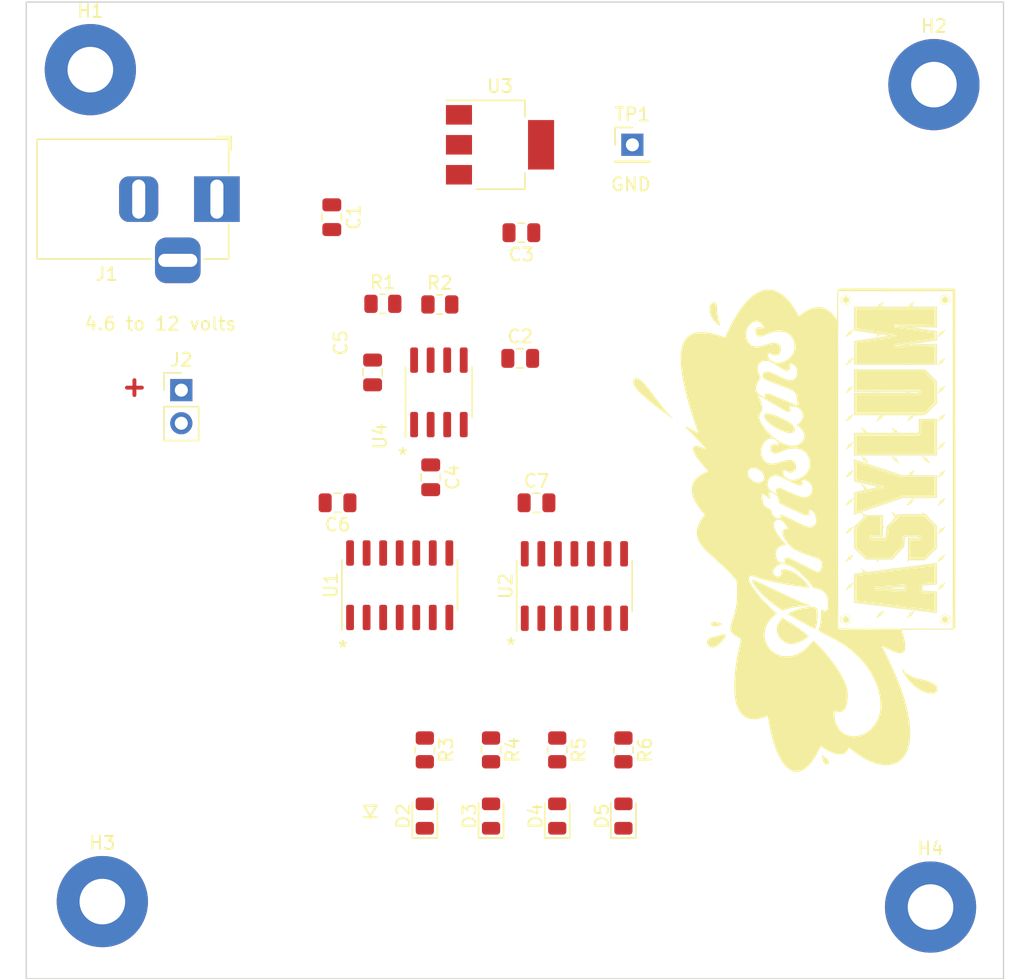
<source format=kicad_pcb>
(kicad_pcb (version 20211014) (generator pcbnew)
  (layers (0 "F.Cu" signal) (31 "B.Cu" signal) (34 "B.Paste" user) (35 "F.Paste" user) (36 "B.SilkS" user "B.Silkscreen") (37 "F.SilkS" user "F.Silkscreen") (38 "B.Mask" user) (39 "F.Mask" user) (44 "Edge.Cuts" user))
  (net 0 "")
  (net 1 "Net-(C1-Pad1)")
  (net 2 "GND")
  (net 3 "Net-(C2-Pad1)")
  (net 4 "Net-(D2-Pad2)")
  (net 5 "Net-(D3-Pad2)")
  (net 6 "Net-(D4-Pad2)")
  (net 7 "Net-(D5-Pad2)")
  (net 8 "Net-(R1-Pad2)")
  (net 9 "Net-(C4-Pad1)")
  (net 10 "Net-(U1-Pad8)")
  (net 12 "Net-(U1-Pad1)")
  (net 13 "Net-(R3-Pad1)")
  (net 14 "Net-(R4-Pad1)")
  (net 15 "Net-(R5-Pad1)")
  (net 16 "Net-(R6-Pad1)")
  (net 17 "VCC")
  (footprint "Package_SO:SOIC-14_3.9x8.7mm_P1.27mm" (layer "F.Cu") (at 92.07 94.84 90)
    (fp_text reference "U2" (at 0 -5.28 90) (layer "F.SilkS"))
    (fp_text value "4002")
    (pad "1" smd roundrect (at -2.475 -3.81 90) (size 1.95 0.6) (layers "F.Cu" "F.Paste" "F.Mask") (net 12 "Net-(U1-Pad1)"))
    (pad "2" smd roundrect (at -2.475 -2.54 90) (size 1.95 0.6) (layers "F.Cu" "F.Paste" "F.Mask") (net 13 "Net-(R3-Pad1)"))
    (pad "3" smd roundrect (at -2.475 -1.27 90) (size 1.95 0.6) (layers "F.Cu" "F.Paste" "F.Mask") (net 14 "Net-(R4-Pad1)"))
    (pad "4" smd roundrect (at -2.475 0 90) (size 1.95 0.6) (layers "F.Cu" "F.Paste" "F.Mask") (net 15 "Net-(R5-Pad1)"))
    (pad "5" smd roundrect (at -2.475 1.27 90) (size 1.95 0.6) (layers "F.Cu" "F.Paste" "F.Mask") (net 16 "Net-(R6-Pad1)"))
    (pad "6" smd roundrect (at -2.475 2.54 90) (size 1.95 0.6) (layers "F.Cu" "F.Paste" "F.Mask"))
    (pad "7" smd roundrect (at -2.475 3.81 90) (size 1.95 0.6) (layers "F.Cu" "F.Paste" "F.Mask") (net 2 "GND"))
    (pad "8" smd roundrect (at 2.475 3.81 90) (size 1.95 0.6) (layers "F.Cu" "F.Paste" "F.Mask"))
    (pad "9" smd roundrect (at 2.475 2.54 90) (size 1.95 0.6) (layers "F.Cu" "F.Paste" "F.Mask") (net 2 "GND"))
    (pad "10" smd roundrect (at 2.475 1.27 90) (size 1.95 0.6) (layers "F.Cu" "F.Paste" "F.Mask") (net 2 "GND"))
    (pad "11" smd roundrect (at 2.475 0 90) (size 1.95 0.6) (layers "F.Cu" "F.Paste" "F.Mask") (net 2 "GND"))
    (pad "12" smd roundrect (at 2.475 -1.27 90) (size 1.95 0.6) (layers "F.Cu" "F.Paste" "F.Mask") (net 2 "GND"))
    (pad "13" smd roundrect (at 2.475 -2.54 90) (size 1.95 0.6) (layers "F.Cu" "F.Paste" "F.Mask"))
    (pad "14" smd roundrect (at 2.475 -3.81 90) (size 1.95 0.6) (layers "F.Cu" "F.Paste" "F.Mask") (net 17 "VCC"))
  )
  (footprint "MountingHole:MountingHole_3.5mm_Pad" (layer "F.Cu") (at 119.66 56.34)
    (fp_text reference "H2" (at 0 -4.5) (layer "F.SilkS"))
    (fp_text value "MountingHole_Pad")
    (pad "1" thru_hole circle (at 0 0) (size 7 7) (drill 3.5) (layers *.Cu *.Mask) (net 2 "GND"))
  )
  (footprint "Connector_PinHeader_2.54mm:PinHeader_1x01_P2.54mm_Vertical" (layer "F.Cu") (at 96.52 60.96)
    (fp_text reference "TP1" (at 0 -2.33) (layer "F.SilkS"))
    (fp_text value "GND")
    (pad "1" thru_hole rect (at 0 0) (size 1.7 1.7) (drill 1) (layers *.Cu *.Mask) (net 2 "GND"))
  )
  (footprint "LED_SMD:LED_0805_2012Metric" (layer "F.Cu") (at 80.59 112.5025 90)
    (fp_text reference "D2" (at 0 -1.65 90) (layer "F.SilkS"))
    (fp_text value "LED_Small")
    (pad "1" smd roundrect (at -0.9375 0 90) (size 0.975 1.4) (layers "F.Cu" "F.Paste" "F.Mask") (net 2 "GND"))
    (pad "2" smd roundrect (at 0.9375 0 90) (size 0.975 1.4) (layers "F.Cu" "F.Paste" "F.Mask") (net 4 "Net-(D2-Pad2)"))
  )
  (footprint "Resistor_SMD:R_0805_2012Metric" (layer "F.Cu") (at 81.74 73.22)
    (fp_text reference "R2" (at 0 -1.65) (layer "F.SilkS"))
    (fp_text value "10k")
    (pad "1" smd roundrect (at -0.9125 0) (size 1.025 1.4) (layers "F.Cu" "F.Paste" "F.Mask") (roundrect_rratio 0.243902) (net 8 "Net-(R1-Pad2)"))
    (pad "2" smd roundrect (at 0.9125 0) (size 1.025 1.4) (layers "F.Cu" "F.Paste" "F.Mask") (roundrect_rratio 0.243902) (net 9 "Net-(C4-Pad1)"))
  )
  (footprint "Connector_BarrelJack:BarrelJack_Horizontal" (layer "F.Cu") (at 64.63 65.1325)
    (fp_text reference "J1" (at -8.45 5.75) (layer "F.SilkS"))
    (fp_text value "Barrel_Jack_Switch")
    (pad "1" thru_hole rect (at 0 0) (size 3.5 3.5) (drill oval 1 3) (layers *.Cu *.Mask) (net 1 "Net-(C1-Pad1)"))
    (pad "2" thru_hole roundrect (at -6 0) (size 3 3.5) (drill oval 1 3) (layers *.Cu *.Mask) (net 2 "GND"))
    (pad "3" thru_hole roundrect (at -3 4.7) (size 3.5 3.5) (drill oval 3 1) (layers *.Cu *.Mask) (net 2 "GND"))
  )
  (footprint "Package_SO:SOIC-14_3.9x8.7mm_P1.27mm" (layer "F.Cu") (at 78.66 94.78 90)
    (fp_text reference "U1" (at 0 -5.28 90) (layer "F.SilkS"))
    (fp_text value "74HC164")
    (pad "1" smd roundrect (at -2.475 -3.81 90) (size 1.95 0.6) (layers "F.Cu" "F.Paste" "F.Mask") (net 12 "Net-(U1-Pad1)"))
    (pad "2" smd roundrect (at -2.475 -2.54 90) (size 1.95 0.6) (layers "F.Cu" "F.Paste" "F.Mask") (net 12 "Net-(U1-Pad1)"))
    (pad "3" smd roundrect (at -2.475 -1.27 90) (size 1.95 0.6) (layers "F.Cu" "F.Paste" "F.Mask") (net 13 "Net-(R3-Pad1)"))
    (pad "4" smd roundrect (at -2.475 0 90) (size 1.95 0.6) (layers "F.Cu" "F.Paste" "F.Mask") (net 14 "Net-(R4-Pad1)"))
    (pad "5" smd roundrect (at -2.475 1.27 90) (size 1.95 0.6) (layers "F.Cu" "F.Paste" "F.Mask") (net 15 "Net-(R5-Pad1)"))
    (pad "6" smd roundrect (at -2.475 2.54 90) (size 1.95 0.6) (layers "F.Cu" "F.Paste" "F.Mask") (net 16 "Net-(R6-Pad1)"))
    (pad "7" smd roundrect (at -2.475 3.81 90) (size 1.95 0.6) (layers "F.Cu" "F.Paste" "F.Mask") (net 2 "GND"))
    (pad "8" smd roundrect (at 2.475 3.81 90) (size 1.95 0.6) (layers "F.Cu" "F.Paste" "F.Mask") (net 10 "Net-(U1-Pad8)"))
    (pad "9" smd roundrect (at 2.475 2.54 90) (size 1.95 0.6) (layers "F.Cu" "F.Paste" "F.Mask") (net 17 "VCC"))
    (pad "10" smd roundrect (at 2.475 1.27 90) (size 1.95 0.6) (layers "F.Cu" "F.Paste" "F.Mask"))
    (pad "11" smd roundrect (at 2.475 0 90) (size 1.95 0.6) (layers "F.Cu" "F.Paste" "F.Mask"))
    (pad "12" smd roundrect (at 2.475 -1.27 90) (size 1.95 0.6) (layers "F.Cu" "F.Paste" "F.Mask"))
    (pad "13" smd roundrect (at 2.475 -2.54 90) (size 1.95 0.6) (layers "F.Cu" "F.Paste" "F.Mask"))
    (pad "14" smd roundrect (at 2.475 -3.81 90) (size 1.95 0.6) (layers "F.Cu" "F.Paste" "F.Mask") (net 17 "VCC"))
  )
  (footprint "Resistor_SMD:R_0805_2012Metric" (layer "F.Cu") (at 80.59 107.4225 -90)
    (fp_text reference "R3" (at 0 -1.65 -90) (layer "F.SilkS"))
    (fp_text value "10k")
    (pad "1" smd roundrect (at -0.9125 0 270) (size 1.025 1.4) (layers "F.Cu" "F.Paste" "F.Mask") (roundrect_rratio 0.243902) (net 13 "Net-(R3-Pad1)"))
    (pad "2" smd roundrect (at 0.9125 0 270) (size 1.025 1.4) (layers "F.Cu" "F.Paste" "F.Mask") (roundrect_rratio 0.243902) (net 4 "Net-(D2-Pad2)"))
  )
  (footprint "Resistor_SMD:R_0805_2012Metric" (layer "F.Cu") (at 95.83 107.4225 -90)
    (fp_text reference "R6" (at 0 -1.65 -90) (layer "F.SilkS"))
    (fp_text value "10k")
    (pad "1" smd roundrect (at -0.9125 0 270) (size 1.025 1.4) (layers "F.Cu" "F.Paste" "F.Mask") (roundrect_rratio 0.243902) (net 16 "Net-(R6-Pad1)"))
    (pad "2" smd roundrect (at 0.9125 0 270) (size 1.025 1.4) (layers "F.Cu" "F.Paste" "F.Mask") (roundrect_rratio 0.243902) (net 7 "Net-(D5-Pad2)"))
  )
  (footprint "Capacitor_SMD:C_0805_2012Metric" (layer "F.Cu") (at 89.16 88.45)
    (fp_text reference "C7" (at 0 -1.68) (layer "F.SilkS"))
    (fp_text value "100n")
    (pad "1" smd roundrect (at -0.95 0) (size 1 1.45) (layers "F.Cu" "F.Paste" "F.Mask") (net 17 "VCC"))
    (pad "2" smd roundrect (at 0.95 0) (size 1 1.45) (layers "F.Cu" "F.Paste" "F.Mask") (net 2 "GND"))
  )
  (footprint "Package_SO:SOIC-8_3.9x4.9mm_P1.27mm" (layer "F.Cu") (at 81.67 79.97 90)
    (fp_text reference "U4" (at -3.38 -4.53 90) (layer "F.SilkS"))
    (fp_text value "LMC555xM")
    (pad "1" smd roundrect (at -2.475 -1.905 90) (size 1.95 0.6) (layers "F.Cu" "F.Paste" "F.Mask") (net 2 "GND"))
    (pad "2" smd roundrect (at -2.475 -0.635 90) (size 1.95 0.6) (layers "F.Cu" "F.Paste" "F.Mask") (net 9 "Net-(C4-Pad1)"))
    (pad "3" smd roundrect (at -2.475 0.635 90) (size 1.95 0.6) (layers "F.Cu" "F.Paste" "F.Mask") (net 10 "Net-(U1-Pad8)"))
    (pad "4" smd roundrect (at -2.475 1.905 90) (size 1.95 0.6) (layers "F.Cu" "F.Paste" "F.Mask") (net 17 "VCC"))
    (pad "5" smd roundrect (at 2.475 1.905 90) (size 1.95 0.6) (layers "F.Cu" "F.Paste" "F.Mask") (net 3 "Net-(C2-Pad1)"))
    (pad "6" smd roundrect (at 2.475 0.635 90) (size 1.95 0.6) (layers "F.Cu" "F.Paste" "F.Mask") (net 9 "Net-(C4-Pad1)"))
    (pad "7" smd roundrect (at 2.475 -0.635 90) (size 1.95 0.6) (layers "F.Cu" "F.Paste" "F.Mask") (net 8 "Net-(R1-Pad2)"))
    (pad "8" smd roundrect (at 2.475 -1.905 90) (size 1.95 0.6) (layers "F.Cu" "F.Paste" "F.Mask") (net 17 "VCC"))
  )
  (footprint "LED_SMD:LED_0805_2012Metric" (layer "F.Cu") (at 90.75 112.5025 90)
    (fp_text reference "D4" (at 0 -1.65 90) (layer "F.SilkS"))
    (fp_text value "LED_Small")
    (pad "1" smd roundrect (at -0.9375 0 90) (size 0.975 1.4) (layers "F.Cu" "F.Paste" "F.Mask") (net 2 "GND"))
    (pad "2" smd roundrect (at 0.9375 0 90) (size 0.975 1.4) (layers "F.Cu" "F.Paste" "F.Mask") (net 6 "Net-(D4-Pad2)"))
  )
  (footprint "LED_SMD:LED_0805_2012Metric" (layer "F.Cu") (at 85.67 112.5025 90)
    (fp_text reference "D3" (at 0 -1.65 90) (layer "F.SilkS"))
    (fp_text value "LED_Small")
    (pad "1" smd roundrect (at -0.9375 0 90) (size 0.975 1.4) (layers "F.Cu" "F.Paste" "F.Mask") (net 2 "GND"))
    (pad "2" smd roundrect (at 0.9375 0 90) (size 0.975 1.4) (layers "F.Cu" "F.Paste" "F.Mask") (net 5 "Net-(D3-Pad2)"))
  )
  (footprint "Capacitor_SMD:C_0805_2012Metric" (layer "F.Cu") (at 76.58 78.44 -90)
    (fp_text reference "C5" (at -2.28 2.45 90) (layer "F.SilkS"))
    (fp_text value "100n")
    (pad "1" smd roundrect (at -0.95 0 270) (size 1 1.45) (layers "F.Cu" "F.Paste" "F.Mask") (net 17 "VCC"))
    (pad "2" smd roundrect (at 0.95 0 270) (size 1 1.45) (layers "F.Cu" "F.Paste" "F.Mask") (net 2 "GND"))
  )
  (footprint "Resistor_SMD:R_0805_2012Metric" (layer "F.Cu") (at 90.75 107.4225 -90)
    (fp_text reference "R5" (at 0 -1.65 -90) (layer "F.SilkS"))
    (fp_text value "10k")
    (pad "1" smd roundrect (at -0.9125 0 270) (size 1.025 1.4) (layers "F.Cu" "F.Paste" "F.Mask") (roundrect_rratio 0.243902) (net 15 "Net-(R5-Pad1)"))
    (pad "2" smd roundrect (at 0.9125 0 270) (size 1.025 1.4) (layers "F.Cu" "F.Paste" "F.Mask") (roundrect_rratio 0.243902) (net 6 "Net-(D4-Pad2)"))
  )
  (footprint "Capacitor_SMD:C_0805_2012Metric" (layer "F.Cu") (at 73.89 88.45 180)
    (fp_text reference "C6" (at 0 -1.68) (layer "F.SilkS"))
    (fp_text value "100n")
    (pad "1" smd roundrect (at -0.95 0 180) (size 1 1.45) (layers "F.Cu" "F.Paste" "F.Mask") (net 17 "VCC"))
    (pad "2" smd roundrect (at 0.95 0 180) (size 1 1.45) (layers "F.Cu" "F.Paste" "F.Mask") (net 2 "GND"))
  )
  (footprint "MountingHole:MountingHole_3.5mm_Pad" (layer "F.Cu") (at 55.84 119.07)
    (fp_text reference "H3" (at 0 -4.5) (layer "F.SilkS"))
    (fp_text value "MountingHole_Pad")
    (pad "1" thru_hole circle (at 0 0) (size 7 7) (drill 3.5) (layers *.Cu *.Mask) (net 2 "GND"))
  )
  (footprint "Capacitor_SMD:C_0805_2012Metric" (layer "F.Cu") (at 73.45 66.52 -90)
    (fp_text reference "C1" (at 0 -1.68 -90) (layer "F.SilkS"))
    (fp_text value "10u")
    (pad "1" smd roundrect (at -0.95 0 270) (size 1 1.45) (layers "F.Cu" "F.Paste" "F.Mask") (net 1 "Net-(C1-Pad1)"))
    (pad "2" smd roundrect (at 0.95 0 270) (size 1 1.45) (layers "F.Cu" "F.Paste" "F.Mask") (net 2 "GND"))
  )
  (footprint "Package_TO_SOT_SMD:SOT-223-3_TabPin2" (layer "F.Cu") (at 86.36 60.96)
    (fp_text reference "U3" (at 0 -4.5) (layer "F.SilkS"))
    (fp_text value "AP1117-33")
    (pad "1" smd rect (at -3.15 -2.3) (size 2 1.5) (layers "F.Cu" "F.Paste" "F.Mask") (net 2 "GND"))
    (pad "2" smd rect (at 3.15 0) (size 2 3.8) (layers "F.Cu" "F.Paste" "F.Mask") (net 17 "VCC"))
    (pad "2" smd rect (at -3.15 0) (size 2 1.5) (layers "F.Cu" "F.Paste" "F.Mask") (net 17 "VCC"))
    (pad "3" smd rect (at -3.15 2.3) (size 2 1.5) (layers "F.Cu" "F.Paste" "F.Mask") (net 1 "Net-(C1-Pad1)"))
  )
  (footprint "Connector_PinHeader_2.54mm:PinHeader_1x02_P2.54mm_Vertical" (layer "F.Cu") (at 61.9 79.8)
    (fp_text reference "J2" (at 0 -2.33) (layer "F.SilkS"))
    (fp_text value "Conn_01x02_Male")
    (pad "1" thru_hole rect (at 0 0) (size 1.7 1.7) (drill 1) (layers *.Cu *.Mask) (net 1 "Net-(C1-Pad1)"))
    (pad "2" thru_hole oval (at 0 2.54) (size 1.7 1.7) (drill 1) (layers *.Cu *.Mask) (net 2 "GND"))
  )
  (footprint "Resistor_SMD:R_0805_2012Metric" (layer "F.Cu") (at 77.37 73.17)
    (fp_text reference "R1" (at 0 -1.65) (layer "F.SilkS"))
    (fp_text value "10k")
    (pad "1" smd roundrect (at -0.9125 0) (size 1.025 1.4) (layers "F.Cu" "F.Paste" "F.Mask") (roundrect_rratio 0.243902) (net 17 "VCC"))
    (pad "2" smd roundrect (at 0.9125 0) (size 1.025 1.4) (layers "F.Cu" "F.Paste" "F.Mask") (roundrect_rratio 0.243902) (net 8 "Net-(R1-Pad2)"))
  )
  (footprint "LOGO" (layer "F.Cu") (at 109.1 90.4 90)
    (fp_text reference "G***" hide)
    (fp_text value "LOGO" hide)
  )
  (footprint "MountingHole:MountingHole_3.5mm_Pad" (layer "F.Cu") (at 119.4 119.49)
    (fp_text reference "H4" (at 0 -4.5) (layer "F.SilkS"))
    (fp_text value "MountingHole_Pad")
    (pad "1" thru_hole circle (at 0 0) (size 7 7) (drill 3.5) (layers *.Cu *.Mask) (net 2 "GND"))
  )
  (footprint "Resistor_SMD:R_0805_2012Metric" (layer "F.Cu") (at 85.67 107.4225 -90)
    (fp_text reference "R4" (at 0 -1.65 -90) (layer "F.SilkS"))
    (fp_text value "10k")
    (pad "1" smd roundrect (at -0.9125 0 270) (size 1.025 1.4) (layers "F.Cu" "F.Paste" "F.Mask") (roundrect_rratio 0.243902) (net 14 "Net-(R4-Pad1)"))
    (pad "2" smd roundrect (at 0.9125 0 270) (size 1.025 1.4) (layers "F.Cu" "F.Paste" "F.Mask") (roundrect_rratio 0.243902) (net 5 "Net-(D3-Pad2)"))
  )
  (footprint "Capacitor_SMD:C_0805_2012Metric" (layer "F.Cu") (at 87.91 77.36)
    (fp_text reference "C2" (at 0 -1.68) (layer "F.SilkS"))
    (fp_text value "100n")
    (pad "1" smd roundrect (at -0.95 0) (size 1 1.45) (layers "F.Cu" "F.Paste" "F.Mask") (net 3 "Net-(C2-Pad1)"))
    (pad "2" smd roundrect (at 0.95 0) (size 1 1.45) (layers "F.Cu" "F.Paste" "F.Mask") (net 2 "GND"))
  )
  (footprint "Capacitor_SMD:C_0805_2012Metric" (layer "F.Cu") (at 81.04 86.49 -90)
    (fp_text reference "C4" (at 0 -1.68 -90) (layer "F.SilkS"))
    (fp_text value "10u")
    (pad "1" smd roundrect (at -0.95 0 270) (size 1 1.45) (layers "F.Cu" "F.Paste" "F.Mask") (net 9 "Net-(C4-Pad1)"))
    (pad "2" smd roundrect (at 0.95 0 270) (size 1 1.45) (layers "F.Cu" "F.Paste" "F.Mask") (net 2 "GND"))
  )
  (footprint "LED_SMD:LED_0805_2012Metric" (layer "F.Cu") (at 95.83 112.5025 90)
    (fp_text reference "D5" (at 0 -1.65 90) (layer "F.SilkS"))
    (fp_text value "LED_Small")
    (pad "1" smd roundrect (at -0.9375 0 90) (size 0.975 1.4) (layers "F.Cu" "F.Paste" "F.Mask") (net 2 "GND"))
    (pad "2" smd roundrect (at 0.9375 0 90) (size 0.975 1.4) (layers "F.Cu" "F.Paste" "F.Mask") (net 7 "Net-(D5-Pad2)"))
  )
  (footprint "MountingHole:MountingHole_3.5mm_Pad" (layer "F.Cu") (at 54.92 55.19)
    (fp_text reference "H1" (at 0 -4.5) (layer "F.SilkS"))
    (fp_text value "MountingHole_Pad")
    (pad "1" thru_hole circle (at 0 0) (size 7 7) (drill 3.5) (layers *.Cu *.Mask) (net 2 "GND"))
  )
  (footprint "Capacitor_SMD:C_0805_2012Metric" (layer "F.Cu") (at 88 67.71 180)
    (fp_text reference "C3" (at 0 -1.68 180) (layer "F.SilkS"))
    (fp_text value "10u")
    (pad "1" smd roundrect (at -0.95 0 180) (size 1 1.45) (layers "F.Cu" "F.Paste" "F.Mask") (net 17 "VCC"))
    (pad "2" smd roundrect (at 0.95 0 180) (size 1 1.45) (layers "F.Cu" "F.Paste" "F.Mask") (net 2 "GND"))
  )
  (gr_line (start 75.9 112.6) (end 76.9 112.6) (layer "F.SilkS") (width 0.15))
  (gr_line (start 76.9 111.7) (end 76.4 112.5) (layer "F.SilkS") (width 0.15))
  (gr_line (start 76.4 112.5) (end 75.9 111.7) (layer "F.SilkS") (width 0.15))
  (gr_line (start 75.9 111.7) (end 76.9 111.7) (layer "F.SilkS") (width 0.15))
  (gr_line (start 125 50) (end 125 125) (layer "Edge.Cuts") (width 0.1))
  (gr_line (start 125 125) (end 50 125) (layer "Edge.Cuts") (width 0.1))
  (gr_line (start 50 125) (end 50 50) (layer "Edge.Cuts") (width 0.1))
  (gr_line (start 50 50) (end 125 50) (layer "Edge.Cuts") (width 0.1))
  (gr_text "+" (at 58.3 79.5) (layer "F.Cu") (effects (font (size 1.5 1.5) (thickness 0.3))))
  (gr_text "*" (at 87.2 99.4) (layer "F.SilkS") (effects (font (size 1 1))))
  (gr_text "GND" (at 96.4 64) (layer "F.SilkS") (effects (font (size 1 1))))
  (gr_text "*" (at 78.9 84.8) (layer "F.SilkS") (effects (font (size 1 1))))
  (gr_text "*" (at 74.3 99.6) (layer "F.SilkS") (effects (font (size 1 1))))
  (gr_text "4.6 to 12 volts" (at 60.3 74.7) (layer "F.SilkS") (effects (font (size 1 1))))
)
</source>
